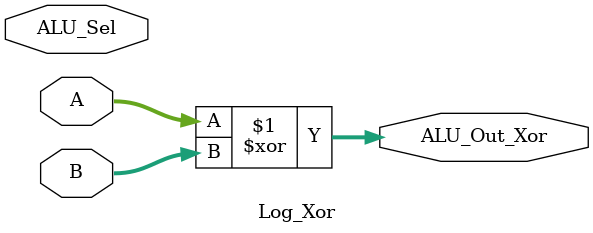
<source format=v>
module Log_Xor(output [3:0] ALU_Out_Xor,input [3:0] A, input [3:0] B,input [3:0] ALU_Sel);
assign ALU_Out_Xor = A ^ B;
endmodule

</source>
